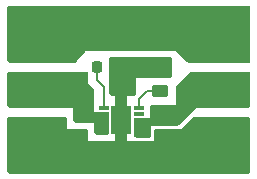
<source format=gtl>
%TF.GenerationSoftware,KiCad,Pcbnew,6.0.6*%
%TF.CreationDate,2022-06-29T17:15:03-04:00*%
%TF.ProjectId,tcke805,74636b65-3830-4352-9e6b-696361645f70,rev?*%
%TF.SameCoordinates,Original*%
%TF.FileFunction,Copper,L1,Top*%
%TF.FilePolarity,Positive*%
%FSLAX46Y46*%
G04 Gerber Fmt 4.6, Leading zero omitted, Abs format (unit mm)*
G04 Created by KiCad (PCBNEW 6.0.6) date 2022-06-29 17:15:03*
%MOMM*%
%LPD*%
G01*
G04 APERTURE LIST*
G04 Aperture macros list*
%AMRoundRect*
0 Rectangle with rounded corners*
0 $1 Rounding radius*
0 $2 $3 $4 $5 $6 $7 $8 $9 X,Y pos of 4 corners*
0 Add a 4 corners polygon primitive as box body*
4,1,4,$2,$3,$4,$5,$6,$7,$8,$9,$2,$3,0*
0 Add four circle primitives for the rounded corners*
1,1,$1+$1,$2,$3*
1,1,$1+$1,$4,$5*
1,1,$1+$1,$6,$7*
1,1,$1+$1,$8,$9*
0 Add four rect primitives between the rounded corners*
20,1,$1+$1,$2,$3,$4,$5,0*
20,1,$1+$1,$4,$5,$6,$7,0*
20,1,$1+$1,$6,$7,$8,$9,0*
20,1,$1+$1,$8,$9,$2,$3,0*%
%AMFreePoly0*
4,1,45,-0.106464,1.903536,-0.105000,1.900000,-0.105000,1.205000,0.105000,1.205000,0.105000,1.900000,0.106464,1.903536,0.110000,1.905000,0.390000,1.905000,0.393536,1.903536,0.395000,1.900000,0.395000,1.205000,0.825000,1.205000,0.828536,1.203536,0.830000,1.200000,0.830000,-1.200000,0.828536,-1.203536,0.825000,-1.205000,0.395000,-1.205000,0.395000,-1.900000,0.393536,-1.903536,
0.390000,-1.905000,0.110000,-1.905000,0.106464,-1.903536,0.105000,-1.900000,0.105000,-1.205000,-0.105000,-1.205000,-0.105000,-1.900000,-0.106464,-1.903536,-0.110000,-1.905000,-0.390000,-1.905000,-0.393536,-1.903536,-0.395000,-1.900000,-0.395000,-1.205000,-0.825000,-1.205000,-0.828536,-1.203536,-0.830000,-1.200000,-0.830000,1.200000,-0.828536,1.203536,-0.825000,1.205000,-0.395000,1.205000,
-0.395000,1.900000,-0.393536,1.903536,-0.390000,1.905000,-0.110000,1.905000,-0.106464,1.903536,-0.106464,1.903536,$1*%
G04 Aperture macros list end*
%TA.AperFunction,ComponentPad*%
%ADD10O,4.064000X2.032000*%
%TD*%
%TA.AperFunction,SMDPad,CuDef*%
%ADD11RoundRect,0.028000X-0.397000X-0.112000X0.397000X-0.112000X0.397000X0.112000X-0.397000X0.112000X0*%
%TD*%
%TA.AperFunction,SMDPad,CuDef*%
%ADD12FreePoly0,0.000000*%
%TD*%
%TA.AperFunction,SMDPad,CuDef*%
%ADD13RoundRect,0.250000X0.450000X-0.262500X0.450000X0.262500X-0.450000X0.262500X-0.450000X-0.262500X0*%
%TD*%
%TA.AperFunction,SMDPad,CuDef*%
%ADD14RoundRect,0.225000X-0.225000X-0.250000X0.225000X-0.250000X0.225000X0.250000X-0.225000X0.250000X0*%
%TD*%
%TA.AperFunction,SMDPad,CuDef*%
%ADD15RoundRect,0.225000X-0.250000X0.225000X-0.250000X-0.225000X0.250000X-0.225000X0.250000X0.225000X0*%
%TD*%
%TA.AperFunction,Conductor*%
%ADD16C,0.200000*%
%TD*%
G04 APERTURE END LIST*
D10*
%TO.P,J3,1,Pin_1*%
%TO.N,GND*%
X102108000Y-73660000D03*
%TD*%
%TO.P,J1,1,Pin_1*%
%TO.N,+5VA*%
X102108000Y-69850000D03*
%TD*%
%TO.P,J5,1,Pin_1*%
%TO.N,/LED+*%
X102108000Y-66040000D03*
%TD*%
%TO.P,J4,1,Pin_1*%
%TO.N,GND*%
X117602000Y-73660000D03*
%TD*%
%TO.P,J2,1,Pin_1*%
%TO.N,+5VP*%
X117602000Y-69850000D03*
%TD*%
%TO.P,J6,1,Pin_1*%
%TO.N,/LED+*%
X117602000Y-66040000D03*
%TD*%
D11*
%TO.P,U1,1,dV/dT*%
%TO.N,Net-(C3-Pad1)*%
X107745000Y-71390000D03*
%TO.P,U1,2,EN/UVLO*%
%TO.N,+5VA*%
X107745000Y-71890000D03*
%TO.P,U1,3,VIN*%
X107745000Y-72390000D03*
%TO.P,U1,4,VIN*%
X107745000Y-72890000D03*
%TO.P,U1,5,VIN*%
X107745000Y-73390000D03*
%TO.P,U1,6,VOUT*%
%TO.N,+5VP*%
X110695000Y-73390000D03*
%TO.P,U1,7,VOUT*%
X110695000Y-72890000D03*
%TO.P,U1,8,VOUT*%
X110695000Y-72390000D03*
%TO.P,U1,9,EFET*%
%TO.N,unconnected-(U1-Pad9)*%
X110695000Y-71890000D03*
%TO.P,U1,10,ILIM*%
%TO.N,Net-(R1-Pad1)*%
X110695000Y-71390000D03*
D12*
%TO.P,U1,11,GND*%
%TO.N,GND*%
X109220000Y-72390000D03*
%TD*%
D13*
%TO.P,R1,1*%
%TO.N,Net-(R1-Pad1)*%
X112522000Y-70000500D03*
%TO.P,R1,2*%
%TO.N,GND*%
X112522000Y-68175500D03*
%TD*%
D14*
%TO.P,C3,1*%
%TO.N,Net-(C3-Pad1)*%
X107175000Y-67945000D03*
%TO.P,C3,2*%
%TO.N,GND*%
X108725000Y-67945000D03*
%TD*%
D15*
%TO.P,C2,1*%
%TO.N,+5VP*%
X112522000Y-72123000D03*
%TO.P,C2,2*%
%TO.N,GND*%
X112522000Y-73673000D03*
%TD*%
%TO.P,C1,1*%
%TO.N,+5VA*%
X105918000Y-72123000D03*
%TO.P,C1,2*%
%TO.N,GND*%
X105918000Y-73673000D03*
%TD*%
D16*
%TO.N,Net-(C3-Pad1)*%
X107745000Y-71390000D02*
X107745000Y-69645000D01*
X107745000Y-69645000D02*
X107175000Y-69075000D01*
X107175000Y-69075000D02*
X107175000Y-67945000D01*
%TO.N,Net-(R1-Pad1)*%
X110695000Y-71390000D02*
X110695000Y-70661000D01*
X110695000Y-70661000D02*
X111355500Y-70000500D01*
X111355500Y-70000500D02*
X112522000Y-70000500D01*
%TD*%
%TA.AperFunction,Conductor*%
%TO.N,+5VP*%
G36*
X119948517Y-68327933D02*
G01*
X119996935Y-68337564D01*
X120033200Y-68352586D01*
X120065846Y-68374400D01*
X120093600Y-68402154D01*
X120115414Y-68434800D01*
X120130436Y-68471065D01*
X120140067Y-68519483D01*
X120142000Y-68539109D01*
X120142000Y-71160891D01*
X120140067Y-71180517D01*
X120130436Y-71228935D01*
X120115414Y-71265200D01*
X120093600Y-71297846D01*
X120065846Y-71325600D01*
X120033200Y-71347414D01*
X119996935Y-71362436D01*
X119948517Y-71372067D01*
X119928891Y-71374000D01*
X115570000Y-71374000D01*
X114112522Y-72831478D01*
X114097277Y-72843989D01*
X114056231Y-72871415D01*
X114019967Y-72886436D01*
X113971549Y-72896067D01*
X113951923Y-72898000D01*
X111760000Y-72898000D01*
X111760000Y-73700891D01*
X111758067Y-73720517D01*
X111748436Y-73768935D01*
X111733414Y-73805200D01*
X111711600Y-73837846D01*
X111683846Y-73865600D01*
X111651200Y-73887414D01*
X111614935Y-73902436D01*
X111566517Y-73912067D01*
X111546891Y-73914000D01*
X110499909Y-73914000D01*
X110480283Y-73912067D01*
X110431865Y-73902436D01*
X110395600Y-73887414D01*
X110362954Y-73865600D01*
X110335200Y-73837846D01*
X110313386Y-73805200D01*
X110298364Y-73768935D01*
X110288733Y-73720517D01*
X110286800Y-73700891D01*
X110286800Y-72476109D01*
X110288733Y-72456483D01*
X110298364Y-72408065D01*
X110313386Y-72371800D01*
X110335200Y-72339154D01*
X110362954Y-72311400D01*
X110395600Y-72289586D01*
X110431865Y-72274564D01*
X110480283Y-72264933D01*
X110499909Y-72263000D01*
X111658400Y-72263000D01*
X111658400Y-71333109D01*
X111660333Y-71313483D01*
X111669964Y-71265065D01*
X111684986Y-71228800D01*
X111706800Y-71196154D01*
X111734554Y-71168400D01*
X111767200Y-71146586D01*
X111803465Y-71131564D01*
X111851883Y-71121933D01*
X111871509Y-71120000D01*
X113842800Y-71120000D01*
X113842800Y-69687400D01*
X113844634Y-69668277D01*
X113853782Y-69621030D01*
X113868056Y-69585550D01*
X113894175Y-69545134D01*
X113906095Y-69530068D01*
X114994985Y-68395809D01*
X115010392Y-68382698D01*
X115052028Y-68353946D01*
X115089061Y-68338162D01*
X115138647Y-68328035D01*
X115158777Y-68326000D01*
X119928891Y-68326000D01*
X119948517Y-68327933D01*
G37*
%TD.AperFunction*%
%TD*%
%TA.AperFunction,Conductor*%
%TO.N,GND*%
G36*
X113346970Y-67058421D02*
G01*
X113387983Y-67066579D01*
X113433403Y-67085394D01*
X113457646Y-67101593D01*
X113492407Y-67136354D01*
X113508606Y-67160597D01*
X113527421Y-67206017D01*
X113535579Y-67247028D01*
X113538000Y-67271611D01*
X113538000Y-68618389D01*
X113535579Y-68642972D01*
X113527421Y-68683983D01*
X113508606Y-68729403D01*
X113492407Y-68753646D01*
X113457646Y-68788407D01*
X113433403Y-68804606D01*
X113387983Y-68823421D01*
X113346970Y-68831579D01*
X113322389Y-68834000D01*
X110490000Y-68834000D01*
X110490000Y-70142389D01*
X110487579Y-70166972D01*
X110479421Y-70207983D01*
X110460606Y-70253403D01*
X110444407Y-70277646D01*
X110409646Y-70312407D01*
X110385403Y-70328606D01*
X110339983Y-70347421D01*
X110298970Y-70355579D01*
X110274389Y-70358000D01*
X109728000Y-70358000D01*
X109728000Y-74168000D01*
X112014000Y-74168000D01*
X112014000Y-73367611D01*
X112016421Y-73343028D01*
X112024579Y-73302017D01*
X112043394Y-73256597D01*
X112059593Y-73232354D01*
X112094354Y-73197593D01*
X112118597Y-73181394D01*
X112164017Y-73162579D01*
X112205030Y-73154421D01*
X112229611Y-73152000D01*
X114300000Y-73152000D01*
X115247709Y-72204291D01*
X115266796Y-72188626D01*
X115301570Y-72165391D01*
X115346985Y-72146579D01*
X115387998Y-72138421D01*
X115412579Y-72136000D01*
X119926389Y-72136000D01*
X119950970Y-72138421D01*
X119991983Y-72146579D01*
X120037403Y-72165394D01*
X120061646Y-72181593D01*
X120096407Y-72216354D01*
X120112606Y-72240597D01*
X120131421Y-72286017D01*
X120139579Y-72327028D01*
X120142000Y-72351611D01*
X120142000Y-76746389D01*
X120139579Y-76770972D01*
X120131421Y-76811983D01*
X120112606Y-76857403D01*
X120096407Y-76881646D01*
X120061646Y-76916407D01*
X120037403Y-76932606D01*
X119991983Y-76951421D01*
X119950970Y-76959579D01*
X119926389Y-76962000D01*
X99783611Y-76962000D01*
X99759030Y-76959579D01*
X99718017Y-76951421D01*
X99672597Y-76932606D01*
X99648354Y-76916407D01*
X99613593Y-76881646D01*
X99597394Y-76857403D01*
X99578579Y-76811983D01*
X99570421Y-76770972D01*
X99568000Y-76746389D01*
X99568000Y-72351611D01*
X99570421Y-72327028D01*
X99578579Y-72286017D01*
X99597394Y-72240597D01*
X99613593Y-72216354D01*
X99648354Y-72181593D01*
X99672597Y-72165394D01*
X99718017Y-72146579D01*
X99759030Y-72138421D01*
X99783611Y-72136000D01*
X104432389Y-72136000D01*
X104456970Y-72138421D01*
X104497983Y-72146579D01*
X104543403Y-72165394D01*
X104567646Y-72181593D01*
X104602407Y-72216354D01*
X104618606Y-72240597D01*
X104637421Y-72286017D01*
X104645579Y-72327028D01*
X104648000Y-72351611D01*
X104648000Y-73152000D01*
X106210389Y-73152000D01*
X106234970Y-73154421D01*
X106275983Y-73162579D01*
X106321403Y-73181394D01*
X106345646Y-73197593D01*
X106380407Y-73232354D01*
X106396606Y-73256597D01*
X106415421Y-73302017D01*
X106423579Y-73343028D01*
X106426000Y-73367611D01*
X106426000Y-74168000D01*
X108712000Y-74168000D01*
X108712000Y-70358000D01*
X108419611Y-70358000D01*
X108395030Y-70355579D01*
X108354017Y-70347421D01*
X108308597Y-70328606D01*
X108284354Y-70312407D01*
X108249593Y-70277646D01*
X108233394Y-70253403D01*
X108214579Y-70207983D01*
X108206421Y-70166972D01*
X108204000Y-70142389D01*
X108204000Y-67271611D01*
X108206421Y-67247028D01*
X108214579Y-67206017D01*
X108233394Y-67160597D01*
X108249593Y-67136354D01*
X108284354Y-67101593D01*
X108308597Y-67085394D01*
X108354017Y-67066579D01*
X108395030Y-67058421D01*
X108419611Y-67056000D01*
X113322389Y-67056000D01*
X113346970Y-67058421D01*
G37*
%TD.AperFunction*%
%TD*%
%TA.AperFunction,Conductor*%
%TO.N,+5VA*%
G36*
X106232517Y-68327933D02*
G01*
X106280935Y-68337564D01*
X106317200Y-68352586D01*
X106349846Y-68374400D01*
X106377600Y-68402154D01*
X106399414Y-68434800D01*
X106414436Y-68471065D01*
X106424067Y-68519483D01*
X106426000Y-68539109D01*
X106426000Y-69342000D01*
X106867478Y-69783478D01*
X106879989Y-69798723D01*
X106907415Y-69839769D01*
X106922436Y-69876033D01*
X106932067Y-69924451D01*
X106934000Y-69944077D01*
X106934000Y-71729600D01*
X107294661Y-71729600D01*
X107314286Y-71731533D01*
X107325181Y-71733700D01*
X107351426Y-71733700D01*
X108011500Y-71733699D01*
X108031124Y-71735632D01*
X108058935Y-71741164D01*
X108095199Y-71756185D01*
X108127845Y-71777998D01*
X108155601Y-71805754D01*
X108165355Y-71820352D01*
X108182309Y-71876242D01*
X108182309Y-73513358D01*
X108165355Y-73569248D01*
X108155601Y-73583846D01*
X108127845Y-73611602D01*
X108095199Y-73633415D01*
X108058935Y-73648436D01*
X108010517Y-73658067D01*
X107990891Y-73660000D01*
X107147109Y-73660000D01*
X107127483Y-73658067D01*
X107079065Y-73648436D01*
X107042800Y-73633414D01*
X107010154Y-73611600D01*
X106982400Y-73583846D01*
X106960586Y-73551200D01*
X106945564Y-73514935D01*
X106935933Y-73466517D01*
X106934000Y-73446891D01*
X106934000Y-72644000D01*
X105369109Y-72644000D01*
X105349483Y-72642067D01*
X105301065Y-72632436D01*
X105264800Y-72617414D01*
X105232154Y-72595600D01*
X105204400Y-72567846D01*
X105182586Y-72535200D01*
X105167564Y-72498935D01*
X105157933Y-72450517D01*
X105156000Y-72430891D01*
X105156000Y-71374000D01*
X99781109Y-71374000D01*
X99761483Y-71372067D01*
X99713065Y-71362436D01*
X99676800Y-71347414D01*
X99644154Y-71325600D01*
X99616400Y-71297846D01*
X99594586Y-71265200D01*
X99579564Y-71228935D01*
X99569933Y-71180517D01*
X99568000Y-71160891D01*
X99568000Y-68539109D01*
X99569933Y-68519483D01*
X99579564Y-68471065D01*
X99594586Y-68434800D01*
X99616400Y-68402154D01*
X99644154Y-68374400D01*
X99676800Y-68352586D01*
X99713065Y-68337564D01*
X99761483Y-68327933D01*
X99781109Y-68326000D01*
X106212891Y-68326000D01*
X106232517Y-68327933D01*
G37*
%TD.AperFunction*%
%TD*%
%TA.AperFunction,Conductor*%
%TO.N,/LED+*%
G36*
X119948517Y-62739933D02*
G01*
X119996935Y-62749564D01*
X120033200Y-62764586D01*
X120065846Y-62786400D01*
X120093600Y-62814154D01*
X120115414Y-62846800D01*
X120130436Y-62883065D01*
X120140067Y-62931483D01*
X120142000Y-62951109D01*
X120142000Y-67399686D01*
X120140044Y-67419429D01*
X120130299Y-67468120D01*
X120115099Y-67504568D01*
X120093042Y-67537323D01*
X120064991Y-67565108D01*
X120032024Y-67586853D01*
X119995439Y-67601701D01*
X119946656Y-67610983D01*
X119926894Y-67612751D01*
X114900821Y-67564884D01*
X114881449Y-67562813D01*
X114833669Y-67552954D01*
X114797909Y-67537942D01*
X114757408Y-67510740D01*
X114742363Y-67498363D01*
X113792000Y-66548000D01*
X106172000Y-66548000D01*
X106107542Y-66633944D01*
X106107541Y-66633945D01*
X105477990Y-67473347D01*
X105461969Y-67490223D01*
X105417505Y-67527331D01*
X105376159Y-67548004D01*
X105319799Y-67561309D01*
X105296686Y-67564000D01*
X99781109Y-67564000D01*
X99761483Y-67562067D01*
X99713065Y-67552436D01*
X99676800Y-67537414D01*
X99644154Y-67515600D01*
X99616400Y-67487846D01*
X99594586Y-67455200D01*
X99579564Y-67418935D01*
X99569933Y-67370517D01*
X99568000Y-67350891D01*
X99568000Y-62951109D01*
X99569933Y-62931483D01*
X99579564Y-62883065D01*
X99594586Y-62846800D01*
X99616400Y-62814154D01*
X99644154Y-62786400D01*
X99676800Y-62764586D01*
X99713065Y-62749564D01*
X99761483Y-62739933D01*
X99781109Y-62738000D01*
X119928891Y-62738000D01*
X119948517Y-62739933D01*
G37*
%TD.AperFunction*%
%TD*%
M02*

</source>
